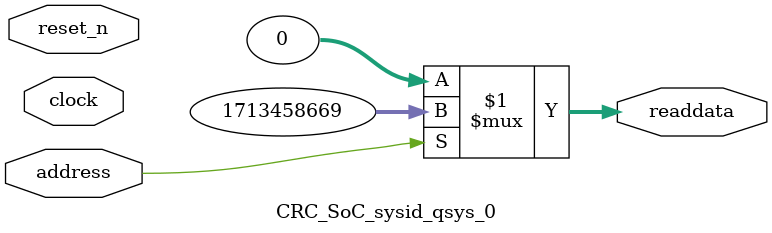
<source format=v>

`timescale 1ns / 1ps
// synthesis translate_on

// turn off superfluous verilog processor warnings 
// altera message_level Level1 
// altera message_off 10034 10035 10036 10037 10230 10240 10030 

module CRC_SoC_sysid_qsys_0 (
               // inputs:
                address,
                clock,
                reset_n,

               // outputs:
                readdata
             )
;

  output  [ 31: 0] readdata;
  input            address;
  input            clock;
  input            reset_n;

  wire    [ 31: 0] readdata;
  //control_slave, which is an e_avalon_slave
  assign readdata = address ? 1713458669 : 0;

endmodule




</source>
